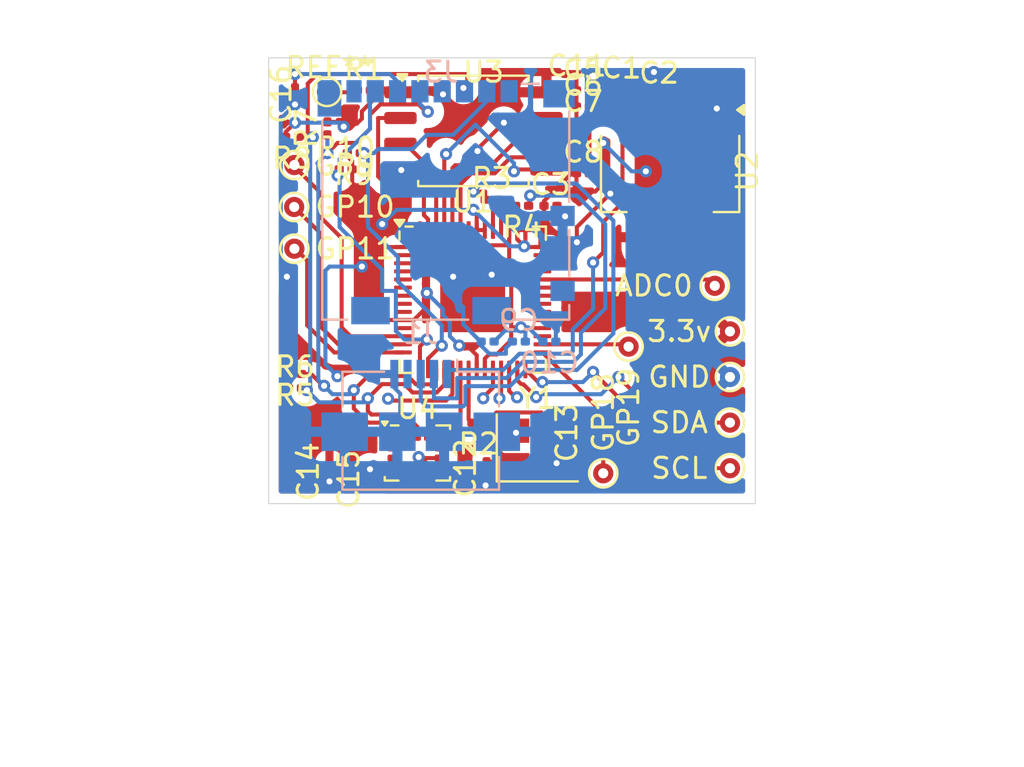
<source format=kicad_pcb>
(kicad_pcb (version 20240108) (generator "pcbnew") (generator_version "8.0")
  (layers (0 "F.Cu" signal) (31 "B.Cu" signal) (34 "B.Paste" user) (35 "F.Paste" user) (36 "B.SilkS" user "B.Silkscreen") (37 "F.SilkS" user "F.Silkscreen") (38 "B.Mask" user) (39 "F.Mask" user) (44 "Edge.Cuts" user))
  (net 0 "")
  (net 1 "VBUS")
  (net 2 "GND")
  (net 3 "+3.3V")
  (net 4 "+1V1")
  (net 5 "/XIN")
  (net 6 "Net-(C13-Pad2)")
  (net 7 "Net-(J3-VSS)")
  (net 8 "/USB_D+")
  (net 9 "/USB_D-")
  (net 11 "/MISO_SD")
  (net 12 "/SCL_GRYO{slash}MOSI_SD")
  (net 14 "/SDA_GYRO{slash}SCK_SD")
  (net 15 "/CS_SD")
  (net 17 "/Pad")
  (net 18 "/XOUT")
  (net 19 "Net-(U1-USB_DP)")
  (net 20 "Net-(U1-USB_DM)")
  (net 21 "/QSPI_SD0")
  (net 24 "/SCL_OLED")
  (net 32 "/speaker")
  (net 33 "/QSPI_SD2")
  (net 35 "/QSPI_SD3")
  (net 40 "/SDA_OLED")
  (net 43 "/QSPI_SCLK")
  (net 46 "/QSPI_SD1")
  (net 52 "/SWCLK")
  (net 53 "/GPIO_18")
  (net 54 "/SWD")
  (net 55 "/GPIO_9")
  (net 56 "/GPIO_19")
  (net 57 "/GPIO_26_ADC0")
  (net 58 "/TESTEN")
  (net 59 "/RUN")
  (net 60 "/GPIO_10")
  (footprint "Capacitor_SMD:C_0201_0603Metric" (layer "F.Cu") (at 141 98.3 90)
    (property "Reference" "C15")
    (property "Value" "100n")
  )
  (footprint "TestPoint:TestPoint_THTPad_D1.0mm_Drill0.5mm" (layer "F.Cu") (at 137.26 84.86 180)
    (property "Reference" "GP10")
    (property "Value" "TestPoint_THTPad_D1.0mm_Drill0.5mm")
  )
  (footprint "Capacitor_SMD:C_0201_0603Metric" (layer "F.Cu") (at 151.5 80.7)
    (property "Reference" "C7")
    (property "Value" "100n")
  )
  (footprint "Resistor_SMD:R_0201_0603Metric" (layer "F.Cu") (at 140.7 79.1)
    (property "Reference" "R1")
    (property "Value" "1k")
  )
  (footprint "Resistor_SMD:R_0201_0603Metric" (layer "F.Cu") (at 146.345 95.5 180)
    (property "Reference" "R2")
    (property "Value" "1k")
  )
  (footprint "TestPoint:TestPoint_THTPad_D1.0mm_Drill0.5mm" (layer "F.Cu") (at 158.75 95.5)
    (property "Reference" "SDA")
    (property "Value" "TestPoint_THTPad_D1.0mm_Drill0.5mm")
  )
  (footprint "Resistor_SMD:R_0201_0603Metric" (layer "F.Cu") (at 137.3 93.8)
    (property "Reference" "R6")
    (property "Value" "10k")
  )
  (footprint "Resistor_SMD:R_0201_0603Metric" (layer "F.Cu") (at 148.5 84.8 180)
    (property "Reference" "R4")
    (property "Value" "27.4")
  )
  (footprint "Capacitor_SMD:C_0201_0603Metric" (layer "F.Cu") (at 137.3 79.3 90)
    (property "Reference" "C16")
    (property "Value" "100n")
  )
  (footprint "Resistor_SMD:R_0201_0603Metric" (layer "F.Cu") (at 140.2 82.2 180)
    (property "Reference" "R9")
    (property "Value" "10k")
  )
  (footprint "TestPoint:TestPoint_THTPad_D1.0mm_Drill0.5mm" (layer "F.Cu") (at 153.75 91.75 90)
    (property "Reference" "GP19")
    (property "Value" "TestPoint_THTPad_D1.0mm_Drill0.5mm")
  )
  (footprint "Resistor_SMD:R_0201_0603Metric" (layer "F.Cu") (at 137.155 81.4 180)
    (property "Reference" "R8")
    (property "Value" "10k")
  )
  (footprint "Capacitor_SMD:C_0201_0603Metric" (layer "F.Cu") (at 151.5 83.2)
    (property "Reference" "C8")
    (property "Value" "100n")
  )
  (footprint "TestPoint:TestPoint_THTPad_D1.0mm_Drill0.5mm" (layer "F.Cu") (at 137.27 86.92 180)
    (property "Reference" "GP11")
    (property "Value" "TestPoint_THTPad_D1.0mm_Drill0.5mm")
  )
  (footprint "TestPoint:TestPoint_THTPad_D1.0mm_Drill0.5mm" (layer "F.Cu") (at 158.75 93.25)
    (property "Reference" "GND")
    (property "Value" "TestPoint_THTPad_D1.0mm_Drill0.5mm")
  )
  (footprint "Resistor_SMD:R_0201_0603Metric" (layer "F.Cu") (at 137.3 93.1 180)
    (property "Reference" "R5")
    (property "Value" "10k")
  )
  (footprint "Package_DFN_QFN:QFN-56-1EP_7x7mm_P0.4mm_EP3.2x3.2mm" (layer "F.Cu") (at 146.0625 89.4375)
    (property "Reference" "U1")
    (property "Value" "RP2040")
  )
  (footprint "Resistor_SMD:R_0201_0603Metric" (layer "F.Cu") (at 138.9 80.98 90)
    (property "Reference" "R7")
    (property "Value" "10k")
  )
  (footprint "Capacitor_SMD:C_0201_0603Metric" (layer "F.Cu") (at 151.5 79.1)
    (property "Reference" "C5")
    (property "Value" "100n")
  )
  (footprint "Capacitor_SMD:C_0201_0603Metric" (layer "F.Cu") (at 151.75 96 90)
    (property "Reference" "C13")
    (property "Value" "15p")
  )
  (footprint "TestPoint:TestPoint_THTPad_D1.0mm_Drill0.5mm" (layer "F.Cu") (at 158.75 91)
    (property "Reference" "3.3v")
    (property "Value" "TestPoint_THTPad_D1.0mm_Drill0.5mm")
  )
  (footprint "Capacitor_SMD:C_0201_0603Metric" (layer "F.Cu") (at 149.9 84.8)
    (property "Reference" "C3")
    (property "Value" "1u")
  )
  (footprint "Resistor_SMD:R_0201_0603Metric" (layer "F.Cu") (at 147 84.5)
    (property "Reference" "R3")
    (property "Value" "27.4")
  )
  (footprint "Crystal:Crystal_SMD_3225-4Pin_3.2x2.5mm" (layer "F.Cu") (at 149.25 96.75)
    (property "Reference" "Y1")
    (property "Value" "ABM8-272-T3")
  )
  (footprint "TestPoint:TestPoint_THTPad_D1.0mm_Drill0.5mm" (layer "F.Cu") (at 158.75 97.75)
    (property "Reference" "SCL")
    (property "Value" "TestPoint_THTPad_D1.0mm_Drill0.5mm")
  )
  (footprint "Package_SO:SOIC-8_5.23x5.23mm_P1.27mm" (layer "F.Cu") (at 146.1 81.105)
    (property "Reference" "U3")
    (property "Value" "W25Q128JVS")
  )
  (footprint "Capacitor_SMD:C_0201_0603Metric" (layer "F.Cu") (at 146.75 97.75 90)
    (property "Reference" "C12")
    (property "Value" "15p")
  )
  (footprint "Capacitor_SMD:C_0201_0603Metric" (layer "F.Cu") (at 153.8 78.2)
    (property "Reference" "C1")
    (property "Value" "10u")
  )
  (footprint "Package_LGA:LGA-14_3x2.5mm_P0.5mm_LayoutBorder3x4y" (layer "F.Cu") (at 143.3375 97)
    (property "Reference" "U4")
    (property "Value" "LSM6DS3")
  )
  (footprint "TestPoint:TestPoint_THTPad_D1.0mm_Drill0.5mm" (layer "F.Cu") (at 137.27 82.79 180)
    (property "Reference" "GP9")
    (property "Value" "TestPoint_THTPad_D1.0mm_Drill0.5mm")
  )
  (footprint "Resistor_SMD:R_0201_0603Metric" (layer "F.Cu") (at 139.8 83)
    (property "Reference" "R10")
    (property "Value" "10k")
  )
  (footprint "Capacitor_SMD:C_0201_0603Metric" (layer "F.Cu") (at 151.5 79.9)
    (property "Reference" "C6")
    (property "Value" "100n")
  )
  (footprint "Capacitor_SMD:C_0201_0603Metric" (layer "F.Cu") (at 139 97.92 90)
    (property "Reference" "C14")
    (property "Value" "100n")
  )
  (footprint "Capacitor_SMD:C_0201_0603Metric" (layer "F.Cu") (at 151.5 78.3)
    (property "Reference" "C11")
    (property "Value" "100n")
  )
  (footprint "Package_TO_SOT_SMD:SOT-223-3_TabPin2" (layer "F.Cu") (at 155.8 83.2 -90)
    (property "Reference" "U2")
    (property "Value" "NCP1117-3.3_SOT223")
  )
  (footprint "TestPoint:TestPoint_THTPad_D1.0mm_Drill0.5mm" (layer "F.Cu") (at 152.5 98 -90)
    (property "Reference" "GP18")
    (property "Value" "TestPoint_THTPad_D1.0mm_Drill0.5mm")
  )
  (footprint "TestPoint:TestPoint_THTPad_D1.0mm_Drill0.5mm" (layer "F.Cu") (at 158 88.75)
    (property "Reference" "ADC0")
    (property "Value" "TestPoint_THTPad_D1.0mm_Drill0.5mm")
  )
  (footprint "TestPoint:TestPoint_Pad_D1.0mm" (layer "F.Cu") (at 138.88 79.18)
    (property "Reference" "REF**")
    (property "Value" "TestPoint_Pad_D1.0mm")
  )
  (footprint "Capacitor_SMD:C_0201_0603Metric" (layer "F.Cu") (at 157 78.25)
    (property "Reference" "C2")
    (property "Value" "10u")
  )
  (footprint "Capacitor_SMD:C_0201_0603Metric" (layer "B.Cu") (at 148.34 91.5 180)
    (property "Reference" "C9")
    (property "Value" "100n")
  )
  (footprint "Capacitor_SMD:C_0201_0603Metric" (layer "B.Cu") (at 146.8 91.5 180)
    (property "Reference" "C4" (hide yes))
    (property "Value" "1u")
  )
  (footprint "Connector_USB:USB_Micro-B_Amphenol_10104110_Horizontal" (layer "B.Cu") (at 143.5 94.65 180)
    (property "Reference" "J1")
    (property "Value" "USB_B_Micro")
  )
  (footprint "Capacitor_SMD:C_0201_0603Metric" (layer "B.Cu") (at 149.845 91.5)
    (property "Reference" "C10")
    (property "Value" "100n")
  )
  (footprint "Connector_Card:microSD_HC_Molex_104031-0811" (layer "B.Cu") (at 144.755 84.6 180)
    (property "Reference" "J3")
    (property "Value" "Micro_SD_Card")
  )
  (gr_rect (start 136 77.5) (end 160 99.5) (stroke (width 0.05)) (fill none) (layer "Edge.Cuts"))
  (segment (start 153.48 78.2) (end 153.48 80.02) (width 0.2) (layer "F.Cu") (net 1))
  (segment (start 153.48 80.02) (end 153.45 80.05) (width 0.2) (layer "F.Cu") (net 1))
  (segment (start 152.5 87.1) (end 152.5 85.6) (width 0.2) (layer "F.Cu") (net 1))
  (segment (start 152.5 85.6) (end 153.45 84.65) (width 0.2) (layer "F.Cu") (net 1))
  (segment (start 152 87.6) (end 152.5 87.1) (width 0.2) (layer "F.Cu") (net 1))
  (segment (start 153.45 84.65) (end 153.45 80.05) (width 0.2) (layer "F.Cu") (net 1))
  (via (at 152 87.6) (size 0.6) (drill 0.3) (layers "F.Cu" "B.Cu") (net 1))
  (segment (start 150.868628 92.1) (end 148.368628 92.1) (width 0.2) (layer "B.Cu") (net 1))
  (segment (start 148.368628 92.1) (end 147.568628 92.9) (width 0.2) (layer "B.Cu") (net 1))
  (segment (start 151 91.968628) (end 150.868628 92.1) (width 0.2) (layer "B.Cu") (net 1))
  (segment (start 151 90.9) (end 151 91.968628) (width 0.2) (layer "B.Cu") (net 1))
  (segment (start 147.568628 92.9) (end 144.8 92.9) (width 0.2) (layer "B.Cu") (net 1))
  (segment (start 152 87.6) (end 152 89.9) (width 0.2) (layer "B.Cu") (net 1))
  (segment (start 152 89.9) (end 151 90.9) (width 0.2) (layer "B.Cu") (net 1))
  (segment (start 151.2 85.85) (end 151.2 86.6) (width 0.2) (layer "F.Cu") (net 2))
  (segment (start 151.82 78.3) (end 151.9 78.3) (width 0.2) (layer "F.Cu") (net 2))
  (segment (start 150.45 97.6) (end 150.2 97.5) (width 0.2) (layer "F.Cu") (net 2))
  (segment (start 141 97.98) (end 141 97.8) (width 0.2) (layer "F.Cu") (net 2))
  (segment (start 151.9 78.3) (end 152 78.4) (width 0.2) (layer "F.Cu") (net 2))
  (segment (start 158.05 79.85) (end 157.32 79.12) (width 0.2) (layer "F.Cu") (net 2))
  (segment (start 143.55 97.25) (end 143.4 97.1) (width 0.2) (layer "F.Cu") (net 2))
  (segment (start 154.12 78.2) (end 155 78.2) (width 0.2) (layer "F.Cu") (net 2))
  (segment (start 150.22 84.8) (end 150.22 84.92) (width 0.2) (layer "F.Cu") (net 2))
  (segment (start 141 97.8) (end 140.95 97.75) (width 0.2) (layer "F.Cu") (net 2))
  (segment (start 143.4 97.1) (end 143.8375 97.5375) (width 0.2) (layer "F.Cu") (net 2))
  (segment (start 144.5 97.25) (end 143.55 97.25) (width 0.2) (layer "F.Cu") (net 2))
  (segment (start 151.82 78.58) (end 152 78.4) (width 0.2) (layer "F.Cu") (net 2))
  (segment (start 146.3 82) (end 147.6 80.7) (width 0.2) (layer "F.Cu") (net 2))
  (segment (start 146.3 82.1) (end 146.3 82) (width 0.2) (layer "F.Cu") (net 2))
  (segment (start 152.85 84.2) (end 151.2 85.85) (width 0.2) (layer "F.Cu") (net 2))
  (segment (start 150.47 97.6) (end 150.45 97.6) (width 0.2) (layer "F.Cu") (net 2))
  (segment (start 142.175 97.75) (end 141 97.8) (width 0.2) (layer "F.Cu") (net 2))
  (segment (start 143.8375 97.5375) (end 143.8375 97.9125) (width 0.2) (layer "F.Cu") (net 2))
  (segment (start 150.2 97.5) (end 150.25 97.6) (width 0.2) (layer "F.Cu") (net 2))
  (segment (start 146.75 98.55) (end 146.7 98.6) (width 0.2) (layer "F.Cu") (net 2))
  (segment (start 143.3375 97.1625) (end 143.4 97.1) (width 0.2) (layer "F.Cu") (net 2))
  (segment (start 143.4 97.2) (end 143.3375 97.1625) (width 0.2) (layer "F.Cu") (net 2))
  (segment (start 151.82 79.1) (end 151.82 79.9) (width 0.2) (layer "F.Cu") (net 2))
  (segment (start 151.82 80.7) (end 151.82 83.2) (width 0.2) (layer "F.Cu") (net 2))
  (segment (start 157.32 79.12) (end 157.32 78.25) (width 0.2) (layer "F.Cu") (net 2))
  (segment (start 143.3375 97.9125) (end 143.4 97.2) (width 0.2) (layer "F.Cu") (net 2))
  (segment (start 158.1 80) (end 158.05 79.85) (width 0.2) (layer "F.Cu") (net 2))
  (segment (start 151.82 79.1) (end 151.82 78.58) (width 0.2) (layer "F.Cu") (net 2))
  (segment (start 146.75 98.07) (end 146.75 98.55) (width 0.2) (layer "F.Cu") (net 2))
  (segment (start 151.82 79.9) (end 151.82 80.7) (width 0.2) (layer "F.Cu") (net 2))
  (segment (start 139 98.24) (end 139 98.4) (width 0.2) (layer "F.Cu") (net 2))
  (segment (start 150.22 84.92) (end 150.62 85.32) (width 0.2) (layer "F.Cu") (net 2))
  (segment (start 151.75 96.32) (end 150.47 97.6) (width 0.2) (layer "F.Cu") (net 2))
  (segment (start 150.25 97.6) (end 150.35 97.6) (width 0.2) (layer "F.Cu") (net 2))
  (segment (start 158.05 80.05) (end 158.1 80) (width 0.2) (layer "F.Cu") (net 2))
  (via (at 147 88.2) (size 0.6) (drill 0.3) (layers "F.Cu" "B.Cu") (net 2))
  (via (at 146.7 98.6) (size 0.6) (drill 0.3) (layers "F.Cu" "B.Cu") (net 2))
  (via (at 136.9 88.3) (size 0.6) (drill 0.3) (layers "F.Cu" "B.Cu") (net 2))
  (via (at 147.6 80.7) (size 0.6) (drill 0.3) (layers "F.Cu" "B.Cu") (net 2))
  (via (at 137.3 79.8) (size 0.6) (drill 0.3) (layers "F.Cu" "B.Cu") (net 2))
  (via (at 142.541071 83.037651) (size 0.6) (drill 0.3) (layers "F.Cu" "B.Cu") (net 2))
  (via (at 146.3 82.1) (size 0.6) (drill 0.3) (layers "F.Cu" "B.Cu") (net 2))
  (via (at 152 78.4) (size 0.6) (drill 0.3) (layers "F.Cu" "B.Cu") (net 2))
  (via (at 152.85 84.2) (size 0.6) (drill 0.3) (layers "F.Cu" "B.Cu") (net 2))
  (via (at 143.4 97.2) (size 0.6) (drill 0.3) (layers "F.Cu" "B.Cu") (net 2))
  (via (at 145.1 88.3) (size 0.6) (drill 0.3) (layers "F.Cu" "B.Cu") (net 2))
  (via (at 151.2 86.6) (size 0.6) (drill 0.3) (layers "F.Cu" "B.Cu") (net 2))
  (via (at 150.62 85.32) (size 0.6) (drill 0.3) (layers "F.Cu" "B.Cu") (net 2))
  (via (at 158.1 80) (size 0.6) (drill 0.3) (layers "F.Cu" "B.Cu") (net 2))
  (via (at 150.2 97.5) (size 0.6) (drill 0.3) (layers "F.Cu" "B.Cu") (net 2))
  (via (at 139 98.4) (size 0.6) (drill 0.3) (layers "F.Cu" "B.Cu") (net 2))
  (via (at 155 78.2) (size 0.6) (drill 0.3) (layers "F.Cu" "B.Cu") (net 2))
  (via (at 148.2 96) (size 0.6) (drill 0.3) (layers "F.Cu" "B.Cu") (net 2))
  (via (at 141 97.8) (size 0.6) (drill 0.3) (layers "F.Cu" "B.Cu") (net 2))
  (segment (start 150.62 85.32) (end 150.515 85.32) (width 0.2) (layer "B.Cu") (net 2))
  (segment (start 142.49 94.071471) (end 142.2 93.781471) (width 0.2) (layer "B.Cu") (net 2))
  (segment (start 146.48 91.699999) (end 146.880001 92.1) (width 0.2) (layer "B.Cu") (net 2))
  (segment (start 142.49 95.81) (end 142.49 94.071471) (width 0.2) (layer "B.Cu") (net 2))
  (segment (start 147.7 91.82) (end 148.02 91.5) (width 0.2) (layer "B.Cu") (net 2))
  (segment (start 136.9 88.3) (end 136.6 88) (width 0.2) (layer "B.Cu") (net 2))
  (segment (start 136.6 80.5) (end 137.3 79.8) (width 0.2) (layer "B.Cu") (net 2))
  (segment (start 136.6 88) (end 136.6 80.5) (width 0.2) (layer "B.Cu") (net 2))
  (segment (start 150.515 85.32) (end 150.495 85.3) (width 0.2) (layer "B.Cu") (net 2))
  (segment (start 145.6 89.8) (end 145.1 89.3) (width 0.2) (layer "B.Cu") (net 2))
  (segment (start 145.6 90.65) (end 145.6 89.8) (width 0.2) (layer "B.Cu") (net 2))
  (segment (start 150.165 91.5) (end 150.165 90.565) (width 0.2) (layer "B.Cu") (net 2))
  (segment (start 146.48 91.5) (end 146.45 91.5) (width 0.2) (layer "B.Cu") (net 2))
  (segment (start 142.2 93.781471) (end 142.2 93.1) (width 0.2) (layer "B.Cu") (net 2))
  (segment (start 142.35 95.95) (end 142.49 95.81) (width 0.2) (layer "B.Cu") (net 2))
  (segment (start 146.880001 92.1) (end 147.7 92.1) (width 0.2) (layer "B.Cu") (net 2))
  (segment (start 146.45 91.5) (end 145.6 90.65) (width 0.2) (layer "B.Cu") (net 2))
  (segment (start 150.165 90.565) (end 150 90.4) (width 0.2) (layer "B.Cu") (net 2))
  (segment (start 147.7 92.1) (end 147.7 91.82) (width 0.2) (layer "B.Cu") (net 2))
  (segment (start 146.48 91.5) (end 146.48 91.699999) (width 0.2) (layer "B.Cu") (net 2))
  (segment (start 139.88 82.2) (end 139.88 82.28) (width 0.2) (layer "F.Cu") (net 3))
  (segment (start 141.538629 79.2) (end 142.5 79.2) (width 0.2) (layer "F.Cu") (net 3))
  (segment (start 136.98 94.88) (end 136.98 93.8) (width 0.2) (layer "F.Cu") (net 3))
  (segment (start 139.99 82.39) (end 139.99 82.468456) (width 0.2) (layer "F.Cu") (net 3))
  (segment (start 151.18 83.2) (end 150.950552 83.2) (width 0.2) (layer "F.Cu") (net 3))
  (segment (start 141 98.62) (end 141.72 98.62) (width 0.2) (layer "F.Cu") (net 3))
  (segment (start 148.6625 86) (end 149.2 86) (width 0.2) (layer "F.Cu") (net 3))
  (segment (start 143.8 89.79636) (end 143.15886 90.4375) (width 0.2) (layer "F.Cu") (net 3))
  (segment (start 141 98.62) (end 140.5 98.62) (width 0.2) (layer "F.Cu") (net 3))
  (segment (start 151.5 84.1) (end 151.18 83.78) (width 0.2) (layer "F.Cu") (net 3))
  (segment (start 143.8375 96.0875) (end 143.837501 95.775) (width 0.2) (layer "F.Cu") (net 3))
  (segment (start 144.887932 95.775) (end 145.6 96.487068) (width 0.2) (layer "F.Cu") (net 3))
  (segment (start 151.18 79.1) (end 149.8 79.1) (width 0.2) (layer "F.Cu") (net 3))
  (segment (start 137 94.9) (end 136.98 94.88) (width 0.2) (layer "F.Cu") (net 3))
  (segment (start 146.1 84.8) (end 146.1 84.8) (width 0.2) (layer "F.Cu") (net 3))
  (segment (start 143.2625 85.8) (end 142.6 85.8) (width 0.2) (layer "F.Cu") (net 3))
  (segment (start 142.625 86.8375) (end 141.8375 86.8375) (width 0.2) (layer "F.Cu") (net 3))
  (segment (start 144.5 79.2) (end 144.6 79.3) (width 0.2) (layer "F.Cu") (net 3))
  (segment (start 149.58 84.8) (end 149.58 85.38) (width 0.2) (layer "F.Cu") (net 3))
  (segment (start 145.787046 91.7) (end 145.4 91.7) (width 0.2) (layer "F.Cu") (net 3))
  (segment (start 143.4625 86) (end 143.2625 85.8) (width 0.2) (layer "F.Cu") (net 3))
  (segment (start 142.8375 98.7625) (end 142.8375 97.9125) (width 0.2) (layer "F.Cu") (net 3))
  (segment (start 141.8375 86.8375) (end 141.4 86.4) (width 0.2) (layer "F.Cu") (net 3))
  (segment (start 155.75 80.05) (end 156.68 79.12) (width 0.2) (layer "F.Cu") (net 3))
  (segment (start 149.8 79.1) (end 149.7 79.2) (width 0.2) (layer "F.Cu") (net 3))
  (segment (start 143.15886 90.4375) (end 142.625 90.4375) (width 0.2) (layer "F.Cu") (net 3))
  (segment (start 146.6625 86) (end 146.2625 86) (width 0.2) (layer "F.Cu") (net 3))
  (segment (start 137.1 92.1) (end 136.98 92.22) (width 0.2) (layer "F.Cu") (net 3))
  (segment (start 139.391422 93.208578) (end 139.408578 93.208578) (width 0.2) (layer "F.Cu") (net 3))
  (segment (start 148.6625 86) (end 148.6625 86.7375) (width 0.2) (layer "F.Cu") (net 3))
  (segment (start 143.8 89.1) (end 143.8 89.79636) (width 0.2) (layer "F.Cu") (net 3))
  (segment (start 140.6 80.138629) (end 141.538629 79.2) (width 0.2) (layer "F.Cu") (net 3))
  (segment (start 152.5 83.701471) (end 152.101471 84.1) (width 0.2) (layer "F.Cu") (net 3))
  (segment (start 148.2625 86) (end 148.6625 86) (width 0.2) (layer "F.Cu") (net 3))
  (segment (start 148.2625 86) (end 148.2625 86.4625) (width 0.2) (layer "F.Cu") (net 3))
  (segment (start 146.1 85) (end 146.1 84.8) (width 0.2) (layer "F.Cu") (net 3))
  (segment (start 149.58 84.570552) (end 149.58 84.8) (width 0.2) (layer "F.Cu") (net 3))
  (segment (start 145.6 96.487068) (end 145.6 97.1) (width 0.2) (layer "F.Cu") (net 3))
  (segment (start 149.5 90.4375) (end 150.6375 90.4375) (width 0.2) (layer "F.Cu") (net 3))
  (segment (start 142.625 90.4375) (end 141.6375 90.4375) (width 0.2) (layer "F.Cu") (net 3))
  (segment (start 139.579999 80.66) (end 138.9 80.66) (width 0.2) (layer "F.Cu") (net 3))
  (segment (start 140.351471 80.748529) (end 140.6 80.5) (width 0.2) (layer "F.Cu") (net 3))
  (segment (start 141.6375 90.4375) (end 141.6 90.4) (width 0.2) (layer "F.Cu") (net 3))
  (segment (start 148.2625 86.4625) (end 148.6 86.8) (width 0.2) (layer "F.Cu") (net 3))
  (segment (start 144.5 97.75) (end 144.5 98.7) (width 0.2) (layer "F.Cu") (net 3))
  (segment (start 142.5 79.2) (end 144.5 79.2) (width 0.2) (layer "F.Cu") (net 3))
  (segment (start 136.98 92.22) (end 136.98 93.8) (width 0.2) (layer "F.Cu") (net 3))
  (segment (start 139.7 80.9) (end 139.851471 80.748529) (width 0.2) (layer "F.Cu") (net 3))
  (segment (start 150.950552 83.2) (end 149.58 84.570552) (width 0.2) (layer "F.Cu") (net 3))
  (segment (start 149.2 86) (end 149.4 85.8) (width 0.2) (layer "F.Cu") (net 3))
  (segment (start 156.68 79.12) (end 156.68 78.25) (width 0.2) (layer "F.Cu") (net 3))
  (segment (start 141.2 79.1) (end 141.438629 79.1) (width 0.2) (layer "F.Cu") (net 3))
  (segment (start 143.837501 95.775) (end 144.887932 95.775) (width 0.2) (layer "F.Cu") (net 3))
  (segment (start 151.18 83.78) (end 151.18 83.2) (width 0.2) (layer "F.Cu") (net 3))
  (segment (start 146.1 85) (end 146.2625 85.1625) (width 0.2) (layer "F.Cu") (net 3))
  (segment (start 146.2625 85.1625) (end 146.2625 86) (width 0.2) (layer "F.Cu") (net 3))
  (segment (start 151.18 80.7) (end 151.2 80.72) (width 0.2) (layer "F.Cu") (net 3))
  (segment (start 151.2 80.72) (end 151.2 83.18) (width 0.2) (layer "F.Cu") (net 3))
  (segment (start 140.12 83) (end 140.12 84.1) (width 0.2) (layer "F.Cu") (net 3))
  (segment (start 141.72 98.62) (end 141.9 98.8) (width 0.2) (layer "F.Cu") (net 3))
  (segment (start 149.4 85.8) (end 149.7 85.5) (width 0.2) (layer "F.Cu") (net 3))
  (segment (start 149.58 85.38) (end 149.7 85.5) (width 0.2) (layer "F.Cu") (net 3))
  (segment (start 136.835 81.165) (end 136.835 81.4) (width 0.2) (layer "F.Cu") (net 3))
  (segment (start 152.5 81.7) (end 152.5 83.701471) (width 0.2) (layer "F.Cu") (net 3))
  (segment (start 148.6375 86.8375) (end 148.6 86.8) (width 0.2) (layer "F.Cu") (net 3))
  (segment (start 139.99 82.468456) (end 140.12 82.598456) (width 0.2) (layer "F.Cu") (net 3))
  (segment (start 139.7 80.780001) (end 139.579999 80.66) (width 0.2) (layer "F.Cu") (net 3))
  (segment (start 151.2 83.18) (end 151.18 83.2) (width 0.2) (layer "F.Cu") (net 3))
  (segment (start 150.6375 90.4375) (end 150.7 90.5) (width 0.2) (layer "F.Cu") (net 3))
  (segment (start 139.851471 80.748529) (end 140.351471 80.748529) (width 0.2) (layer "F.Cu") (net 3))
  (segment (start 151.18 79.9) (end 151.18 79.1) (width 0.2) (layer "F.Cu") (net 3))
  (segment (start 149.5 86.8375) (end 149.4 86.7375) (width 0.2) (layer "F.Cu") (net 3))
  (segment (start 146.2625 92.875) (end 146.2625 92.175454) (width 0.2) (layer "F.Cu") (net 3))
  (segment (start 141.438629 79.1) (end 141.538629 79.2) (width 0.2) (layer "F.Cu") (net 3))
  (segment (start 151.18 78.3) (end 151.18 79.1) (width 0.2) (layer "F.Cu") (net 3))
  (segment (start 142.8 98.8) (end 142.8375 98.7625) (width 0.2) (layer "F.Cu") (net 3))
  (segment (start 140.12 82.598456) (end 140.12 83) (width 0.2) (layer "F.Cu") (net 3))
  (segment (start 155.75 80.05) (end 155.75 86.35) (width 0.2) (layer "F.Cu") (net 3))
  (segment (start 139.7 80.9) (end 139.7 80.780001) (width 0.2) (layer "F.Cu") (net 3))
  (segment (start 149.4 86.7375) (end 149.4 85.8) (width 0.2) (layer "F.Cu") (net 3))
  (segment (start 146.2625 92.175454) (end 145.787046 91.7) (width 0.2) (layer "F.Cu") (net 3))
  (segment (start 140.6 80.5) (end 140.6 80.138629) (width 0.2) (layer "F.Cu") (net 3))
  (segment (start 148.6625 86.7375) (end 148.6 86.8) (width 0.2) (layer "F.Cu") (net 3))
  (segment (start 139.88 82.28) (end 139.99 82.39) (width 0.2) (layer "F.Cu") (net 3))
  (segment (start 151.18 80.7) (end 151.18 79.9) (width 0.2) (layer "F.Cu") (net 3))
  (segment (start 149.5 86.8375) (end 148.6375 86.8375) (width 0.2) (layer "F.Cu") (net 3))
  (segment (start 137.3 80.7) (end 136.835 81.165) (width 0.2) (layer "F.Cu") (net 3))
  (segment (start 152.101471 84.1) (end 151.5 84.1) (width 0.2) (layer "F.Cu") (net 3))
  (via (at 152.5 81.7) (size 0.6) (drill 0.3) (layers "F.Cu" "B.Cu") (net 3))
  (via (at 154.6 83.1) (size 0.6) (drill 0.3) (layers "F.Cu" "B.Cu") (net 3))
  (via (at 137.3 80.7) (size 0.6) (drill 0.3) (layers "F.Cu" "B.Cu") (net 3))
  (via (at 141.6 85.7) (size 0.6) (drill 0.3) (layers "F.Cu" "B.Cu") (net 3))
  (via (at 144.6 79.3) (size 0.6) (drill 0.3) (layers "F.Cu" "B.Cu") (net 3))
  (via (at 139.7 80.9) (size 0.6) (drill 0.3) (layers "F.Cu" "B.Cu") (net 3))
  (via (at 148.6 86.8) (size 0.6) (drill 0.3) (layers "F.Cu" "B.Cu") (net 3))
  (via (at 146.1 85) (size 0.6) (drill 0.3) (layers "F.Cu" "B.Cu") (net 3))
  (via (at 143.8 89.1) (size 0.6) (drill 0.3) (layers "F.Cu" "B.Cu") (net 3))
  (via (at 139.391422 93.208578) (size 0.6) (drill 0.3) (layers "F.Cu" "B.Cu") (net 3))
  (via (at 140.6 87.8) (size 0.6) (drill 0.3) (layers "F.Cu" "B.Cu") (net 3))
  (via (at 145.4 91.7) (size 0.6) (drill 0.3) (layers "F.Cu" "B.Cu") (net 3))
  (segment (start 153.9 83.1) (end 154.6 83.1) (width 0.2) (layer "B.Cu") (net 3))
  (segment (start 139.7 80.9) (end 139.5 80.7) (width 0.2) (layer "B.Cu") (net 3))
  (segment (start 144.6 90.193629) (end 144.940159 90.533788) (width 0.2) (layer "B.Cu") (net 3))
  (segment (start 142.3 85) (end 141.6 85.7) (width 0.2) (layer "B.Cu") (net 3))
  (segment (start 152.5 81.7) (end 153.9 83.1) (width 0.2) (layer "B.Cu") (net 3))
  (segment (start 139.391422 93.208578) (end 138.8 92.617156) (width 0.2) (layer "B.Cu") (net 3))
  (segment (start 139.5 80.7) (end 137.3 80.7) (width 0.2) (layer "B.Cu") (net 3))
  (segment (start 144.940159 90.533788) (end 144.940159 91.240159) (width 0.2) (layer "B.Cu") (net 3))
  (segment (start 138.8 88) (end 139 87.8) (width 0.2) (layer "B.Cu") (net 3))
  (segment (start 139 87.8) (end 140.6 87.8) (width 0.2) (layer "B.Cu") (net 3))
  (segment (start 144.940159 91.240159) (end 145.4 91.7) (width 0.2) (layer "B.Cu") (net 3))
  (segment (start 146.1 85) (end 147.9 86.8) (width 0.2) (layer "B.Cu") (net 3))
  (segment (start 143.8 89.1) (end 144.6 89.9) (width 0.2) (layer "B.Cu") (net 3))
  (segment (start 138.8 92.617156) (end 138.8 88) (width 0.2) (layer "B.Cu") (net 3))
  (segment (start 144.6 89.9) (end 144.6 90.193629) (width 0.2) (layer "B.Cu") (net 3))
  (segment (start 147.9 86.8) (end 148.6 86.8) (width 0.2) (layer "B.Cu") (net 3))
  (segment (start 146.1 85) (end 142.3 85) (width 0.2) (layer "B.Cu") (net 3))
  (segment (start 147.8625 87.4375) (end 147.9625 87.5375) (width 0.2) (layer "F.Cu") (net 4))
  (segment (start 147.25 92.1375) (end 146.86614 92.1375) (width 0.2) (layer "F.Cu") (net 4))
  (segment (start 145.8625 86) (end 145.8625 86.6125) (width 0.2) (layer "F.Cu") (net 4))
  (segment (start 147.9625 90.8) (end 147.9625 91.2) (width 0.2) (layer "F.Cu") (net 4))
  (segment (start 147.8625 86.6375) (end 147.8625 86) (width 0.2) (layer "F.Cu") (net 4))
  (segment (start 148.44 90.8) (end 147.9625 90.8) (width 0.2) (layer "F.Cu") (net 4))
  (segment (start 147.9625 91.2) (end 147.9625 91.425) (width 0.2) (layer "F.Cu") (net 4))
  (segment (start 146.86614 92.1375) (end 146.6625 92.34114) (width 0.2) (layer "F.Cu") (net 4))
  (segment (start 147.75 86.75) (end 147.8625 86.6375) (width 0.2) (layer "F.Cu") (net 4))
  (segment (start 147.8625 86) (end 147.8625 87.4375) (width 0.2) (layer "F.Cu") (net 4))
  (segment (start 145.8625 86.6125) (end 146 86.75) (width 0.2) (layer "F.Cu") (net 4))
  (segment (start 146 86.75) (end 147.75 86.75) (width 0.2) (layer "F.Cu") (net 4))
  (segment (start 146.6625 92.34114) (end 146.6625 92.875) (width 0.2) (layer "F.Cu") (net 4))
  (segment (start 147.9625 87.5375) (end 147.9625 90.8) (width 0.2) (layer "F.Cu") (net 4))
  (segment (start 147.9625 91.425) (end 147.25 92.1375) (width 0.2) (layer "F.Cu") (net 4))
  (via (at 148.44 90.8) (size 0.6) (drill 0.3) (layers "F.Cu" "B.Cu") (net 4))
  (segment (start 148.66 91.02) (end 148.66 91.5) (width 0.2) (layer "B.Cu") (net 4))
  (segment (start 148.44 90.8) (end 148.8 90.8) (width 0.2) (layer "B.Cu") (net 4))
  (segment (start 147.67 90.95) (end 147.12 91.5) (width 0.2) (layer "B.Cu") (net 4))
  (segment (start 148.44 90.8) (end 148.29 90.95) (width 0.2) (layer "B.Cu") (net 4))
  (segment (start 149.5 91.5) (end 149.525 91.5) (width 0.2) (layer "B.Cu") (net 4))
  (segment (start 148.44 90.8) (end 148.66 91.02) (width 0.2) (layer "B.Cu") (net 4))
  (segment (start 148.8 90.8) (end 149.5 91.5) (width 0.2) (layer "B.Cu") (net 4))
  (segment (start 148.29 90.95) (end 147.67 90.95) (width 0.2) (layer "B.Cu") (net 4))
  (segment (start 145.4625 92.875) (end 145.4625 95.735956) (width 0.2) (layer "F.Cu") (net 5))
  (segment (start 147.98 97.43) (end 148.15 97.6) (width 0.2) (layer "F.Cu") (net 5))
  (segment (start 145.4625 95.735956) (end 145.726544 96) (width 0.2) (layer "F.Cu") (net 5))
  (segment (start 146.45 96) (end 148.05 97.6) (width 0.2) (layer "F.Cu") (net 5))
  (segment (start 146.75 97.43) (end 147.98 97.43) (width 0.2) (layer "F.Cu") (net 5))
  (segment (start 148.05 97.6) (end 148.15 97.6) (width 0.2) (layer "F.Cu") (net 5))
  (segment (start 145.726544 96) (end 146.45 96) (width 0.2) (layer "F.Cu") (net 5))
  (segment (start 150.05 95.9) (end 150.35 95.9) (width 0.2) (layer "F.Cu") (net 6))
  (segment (start 146.665 95.5) (end 146.735686 95.5) (width 0.2) (layer "F.Cu") (net 6))
  (segment (start 146.735686 95.5) (end 147.235686 95) (width 0.2) (layer "F.Cu") (net 6))
  (segment (start 147.235686 95) (end 149.45 95) (width 0.2) (layer "F.Cu") (net 6))
  (segment (start 149.45 95) (end 150.35 95.9) (width 0.2) (layer "F.Cu") (net 6))
  (segment (start 151.75 95.68) (end 150.57 95.68) (width 0.2) (layer "F.Cu") (net 6))
  (segment (start 150.57 95.68) (end 150.35 95.9) (width 0.2) (layer "F.Cu") (net 6))
  (segment (start 137.3 78.3) (end 137.3 78.98) (width 0.2) (layer "F.Cu") (net 7))
  (via (at 137.3 78.3) (size 0.6) (drill 0.3) (layers "F.Cu" "B.Cu") (net 7))
  (segment (start 141.985 78.3) (end 142.36 78.675) (width 0.2) (layer "B.Cu") (net 7))
  (segment (start 137.3 78.3) (end 141.985 78.3) (width 0.2) (layer "B.Cu") (net 7))
  (segment (start 142.36 78.675) (end 142.36 79.15) (width 0.2) (layer "B.Cu") (net 7))
  (segment (start 137.3 78.3) (end 137.3 78.1) (width 0.2) (layer "B.Cu") (net 7))
  (segment (start 146.68 84.5) (end 146.68 84.1) (width 0.2) (layer "F.Cu") (net 8))
  (segment (start 146.68 84.1) (end 146.1 84.1) (width 0.2) (layer "F.Cu") (net 8))
  (via (at 146.1 84.1) (size 0.6) (drill 0.3) (layers "F.Cu" "B.Cu") (net 8))
  (segment (start 151.165686 83.7) (end 146.5 83.7) (width 0.2) (layer "B.Cu") (net 8))
  (segment (start 153 85.534314) (end 151.165686 83.7) (width 0.2) (layer "B.Cu") (net 8))
  (segment (start 143.5 92.9) (end 143.5 94.4) (width 0.2) (layer "B.Cu") (net 8))
  (segment (start 145.6 94.7) (end 145.7 94.6) (width 0.2) (layer "B.Cu") (net 8))
  (segment (start 151.2 92.9) (end 153 91.1) (width 0.2) (layer "B.Cu") (net 8))
  (segment (start 145.7 94.6) (end 145.7 93.7) (width 0.2) (layer "B.Cu") (net 8))
  (segment (start 145.7 93.7) (end 147.9 93.7) (width 0.2) (layer "B.Cu") (net 8))
  (segment (start 143.5 94.4) (end 143.8 94.7) (width 0.2) (layer "B.Cu") (net 8))
  (segment (start 148.7 92.9) (end 151.2 92.9) (width 0.2) (layer "B.Cu") (net 8))
  (segment (start 146.5 83.7) (end 146.1 84.1) (width 0.2) (layer "B.Cu") (net 8))
  (segment (start 153 91.1) (end 153 85.534314) (width 0.2) (layer "B.Cu") (net 8))
  (segment (start 147.9 93.7) (end 148.7 92.9) (width 0.2) (layer "B.Cu") (net 8))
  (segment (start 143.8 94.7) (end 145.6 94.7) (width 0.2) (layer "B.Cu") (net 8))
  (segment (start 148.82 84.8) (end 148.9 84.3) (width 0.2) (layer "F.Cu") (net 9))
  (segment (start 148.9 84.3) (end 148.82 84.42) (width 0.2) (layer "F.Cu") (net 9))
  (via (at 148.9 84.3) (size 0.6) (drill 0.3) (layers "F.Cu" "B.Cu") (net 9))
  (segment (start 147.734314 93.3) (end 148.534314 92.5) (width 0.2) (layer "B.Cu") (net 9))
  (segment (start 151.4 92.134314) (end 151.4 91.065686) (width 0.2) (layer "B.Cu") (net 9))
  (segment (start 151.2 84.3) (end 148.9 84.3) (width 0.2) (layer "B.Cu") (net 9))
  (segment (start 145.3 93.3) (end 147.734314 93.3) (width 0.2) (layer "B.Cu") (net 9))
  (segment (start 151.4 91.065686) (end 152.6 89.865686) (width 0.2) (layer "B.Cu") (net 9))
  (segment (start 152.6 89.865686) (end 152.6 85.7) (width 0.2) (layer "B.Cu") (net 9))
  (segment (start 152.6 85.7) (end 151.2 84.3) (width 0.2) (layer "B.Cu") (net 9))
  (segment (start 144.15 94.3) (end 145.3 94.3) (width 0.2) (layer "B.Cu") (net 9))
  (segment (start 148.534314 92.5) (end 151.034314 92.5) (width 0.2) (layer "B.Cu") (net 9))
  (segment (start 144.15 92.9) (end 144.15 94.3) (width 0.2) (layer "B.Cu") (net 9))
  (segment (start 145.3 94.3) (end 145.3 93.3) (width 0.2) (layer "B.Cu") (net 9))
  (segment (start 151.034314 92.5) (end 151.4 92.134314) (width 0.2) (layer "B.Cu") (net 9))
  (segment (start 143.4625 92.875) (end 143.4625 91.7375) (width 0.2) (layer "F.Cu") (net 11))
  (segment (start 139.48 83.22) (end 139.4 83.3) (width 0.2) (layer "F.Cu") (net 11))
  (segment (start 143.4625 91.7375) (end 143.8 91.4) (width 0.2) (layer "F.Cu") (net 11))
  (segment (start 139.48 83) (end 139.48 83.22) (width 0.2) (layer "F.Cu") (net 11))
  (via (at 143.8 91.4) (size 0.6) (drill 0.3) (layers "F.Cu" "B.Cu") (net 11))
  (via (at 139.4 83.3) (size 0.6) (drill 0.3) (layers "F.Cu" "B.Cu") (net 11))
  (segment (start 142.275 89) (end 142.275 90.975) (width 0.2) (layer "B.Cu") (net 11))
  (segment (start 141 79.41) (end 141 81) (width 0.2) (layer "B.Cu") (net 11))
  (segment (start 139.4 83.3) (end 139.5 83.4) (width 0.2) (layer "B.Cu") (net 11))
  (segment (start 139.5 83.2) (end 139.4 83.3) (width 0.2) (layer "B.Cu") (net 11))
  (segment (start 139.5 85.851471) (end 141.6 87.951471) (width 0.2) (layer "B.Cu") (net 11))
  (segment (start 141.6 89) (end 142.275 89) (width 0.2) (layer "B.Cu") (net 11))
  (segment (start 141 81) (end 139.5 82.5) (width 0.2) (layer "B.Cu") (net 11))
  (segment (start 141.6 87.951471) (end 141.6 89) (width 0.2) (layer "B.Cu") (net 11))
  (segment (start 139.5 83.4) (end 139.5 85.851471) (width 0.2) (layer "B.Cu") (net 11))
  (segment (start 139.5 82.5) (end 139.5 83.2) (width 0.2) (layer "B.Cu") (net 11))
  (segment (start 142.275 90.975) (end 142.7 91.4) (width 0.2) (layer "B.Cu") (net 11))
  (segment (start 141.26 79.15) (end 141 79.41) (width 0.2) (layer "B.Cu") (net 11))
  (segment (start 142.7 91.4) (end 143.8 91.4) (width 0.2) (layer "B.Cu") (net 11))
  (segment (start 137.93 81.173617) (end 137.93 78.77) (width 0.2) (layer "F.Cu") (net 12))
  (segment (start 145.8 78.3) (end 145.8 78.8) (width 0.2) (layer "F.Cu") (net 12))
  (segment (start 138.18 81.423617) (end 137.93 81.173617) (width 0.2) (layer "F.Cu") (net 12))
  (segment (start 144.6625 93.6375) (end 144.6625 92.875) (width 0.2) (layer "F.Cu") (net 12))
  (segment (start 142.687954 93.6) (end 143.100454 94.0125) (width 0.2) (layer "F.Cu") (net 12))
  (segment (start 145.8 78.8) (end 145.6 79) (width 0.2) (layer "F.Cu") (net 12))
  (segment (start 140.893086 94.9274) (end 141.065686 95.1) (width 0.2) (layer "F.Cu") (net 12))
  (segment (start 137.498617 81.423617) (end 137.475 81.4) (width 0.2) (layer "F.Cu") (net 12))
  (segment (start 142.728185 95.1) (end 143.3375 95.709315) (width 0.2) (layer "F.Cu") (net 12))
  (segment (start 143.100454 94.0125) (end 144.2875 94.0125) (width 0.2) (layer "F.Cu") (net 12))
  (segment (start 138.4 78.3) (end 145.8 78.3) (width 0.2) (layer "F.Cu") (net 12))
  (segment (start 143.3375 95.709315) (end 143.3375 96.0875) (width 0.2) (layer "F.Cu") (net 12))
  (segment (start 144.2875 94.0125) (end 144.6625 93.6375) (width 0.2) (layer "F.Cu") (net 12))
  (segment (start 138.18 81.423617) (end 137.498617 81.423617) (width 0.2) (layer "F.Cu") (net 12))
  (segment (start 141.065686 95.1) (end 142.728185 95.1) (width 0.2) (layer "F.Cu") (net 12))
  (segment (start 141.593086 93.6) (end 142.687954 93.6) (width 0.2) (layer "F.Cu") (net 12))
  (segment (start 140.893086 94.3) (end 140.893086 94.9274) (width 0.2) (layer "F.Cu") (net 12))
  (segment (start 137.72 93.9) (end 137.62 93.8) (width 0.2) (layer "F.Cu") (net 12))
  (segment (start 137.89 93.9) (end 137.72 93.9) (width 0.2) (layer "F.Cu") (net 12))
  (segment (start 140.893086 94.3) (end 141.593086 93.6) (width 0.2) (layer "F.Cu") (net 12))
  (segment (start 137.93 78.77) (end 138.4 78.3) (width 0.2) (layer "F.Cu") (net 12))
  (via (at 145.604835 78.988979) (size 0.6) (drill 0.3) (layers "F.Cu" "B.Cu") (net 12))
  (via (at 140.893086 94.3) (size 0.6) (drill 0.3) (layers "F.Cu" "B.Cu") (net 12))
  (via (at 137.89 93.9) (size 0.6) (drill 0.3) (layers "F.Cu" "B.Cu") (net 12))
  (via (at 138.18 81.423617) (size 0.6) (drill 0.3) (layers "F.Cu" "B.Cu") (net 12))
  (segment (start 137.89 93.9) (end 138.49 94.5) (width 0.2) (layer "B.Cu") (net 12))
  (segment (start 138.18 81.423617) (end 138 81.603617) (width 0.2) (layer "B.Cu") (net 12))
  (segment (start 138.49 94.5) (end 140.693086 94.5) (width 0.2) (layer "B.Cu") (net 12))
  (segment (start 140.693086 94.5) (end 140.893086 94.3) (width 0.2) (layer "B.Cu") (net 12))
  (segment (start 138.05 81.601808) (end 138.05 94.098191) (width 0.2) (layer "B.Cu") (net 12))
  (segment (start 142.8375 95.775001) (end 142.8375 96.0875) (width 0.2) (layer "F.Cu") (net 14))
  (segment (start 141 80.304315) (end 141.504315 79.8) (width 0.2) (layer "F.Cu") (net 14))
  (segment (start 140.9 95.5) (end 142.1 95.5) (width 0.2) (layer "F.Cu") (net 14))
  (segment (start 143.26614 93.6125) (end 144.05886 93.6125) (width 0.2) (layer "F.Cu") (net 14))
  (segment (start 142.1 95.5) (end 142.3 95.7) (width 0.2) (layer "F.Cu") (net 14))
  (segment (start 138.9 82.2) (end 139.4 81.7) (width 0.2) (layer "F.Cu") (net 14))
  (segment (start 139.4 81.7) (end 140.300001 81.7) (width 0.2) (layer "F.Cu") (net 14))
  (segment (start 140.2 94.8) (end 140.9 95.5) (width 0.2) (layer "F.Cu") (net 14))
  (segment (start 142.762499 95.7) (end 142.8375 95.775001) (width 0.2) (layer "F.Cu") (net 14))
  (segment (start 144.2625 93.40886) (end 144.2625 92.875) (width 0.2) (layer "F.Cu") (net 14))
  (segment (start 142.85364 93.2) (end 143.26614 93.6125) (width 0.2) (layer "F.Cu") (net 14))
  (segment (start 143.4 79.8) (end 143.8 80.2) (width 0.2) (layer "F.Cu") (net 14))
  (segment (start 140.2 93.900263) (end 140.2 94.8) (width 0.2) (layer "F.Cu") (net 14))
  (segment (start 142.3 95.7) (end 142.762499 95.7) (width 0.2) (layer "F.Cu") (net 14))
  (segment (start 141.504315 79.8) (end 143.4 79.8) (width 0.2) (layer "F.Cu") (net 14))
  (segment (start 140.200263 93.9) (end 140.900263 93.2) (width 0.2) (layer "F.Cu") (net 14))
  (segment (start 140.900263 93.2) (end 142.85364 93.2) (width 0.2) (layer "F.Cu") (net 14))
  (segment (start 141 81.000001) (end 141 80.304315) (width 0.2) (layer "F.Cu") (net 14))
  (segment (start 140.200263 93.9) (end 140.2 93.900263) (width 0.2) (layer "F.Cu") (net 14))
  (segment (start 138.684095 93.684095) (end 138.1 93.1) (width 0.2) (layer "F.Cu") (net 14))
  (segment (start 140.300001 81.7) (end 141 81.000001) (width 0.2) (layer "F.Cu") (net 14))
  (segment (start 144.05886 93.6125) (end 144.2625 93.40886) (width 0.2) (layer "F.Cu") (net 14))
  (segment (start 138.1 93.1) (end 137.62 93.1) (width 0.2) (layer "F.Cu") (net 14))
  (segment (start 138.735905 93.684095) (end 138.684095 93.684095) (width 0.2) (layer "F.Cu") (net 14))
  (segment (start 138.9 81.3) (end 138.9 82.2) (width 0.2) (layer "F.Cu") (net 14))
  (segment (start 139 82.1) (end 138.9 82.2) (width 0.2) (layer "F.Cu") (net 14))
  (via (at 143.850361 80.161287) (size 0.6) (drill 0.3) (layers "F.Cu" "B.Cu") (net 14))
  (via (at 138.735905 93.684095) (size 0.6) (drill 0.3) (layers "F.Cu" "B.Cu") (net 14))
  (via (at 140.200263 93.9) (size 0.6) (drill 0.3) (layers "F.Cu" "B.Cu") (net 14))
  (via (at 138.9 82.2) (size 0.6) (drill 0.3) (layers "F.Cu" "B.Cu") (net 14))
  (segment (start 138.9 82.2) (end 138.9 81.6) (width 0.2) (layer "B.Cu") (net 14))
  (segment (start 139.151809 94.1) (end 140.000263 94.1) (width 0.2) (layer "B.Cu") (net 14))
  (segment (start 138.9 82.2) (end 138.4 82.7) (width 0.2) (layer "B.Cu") (net 14))
  (segment (start 138.45 82.698191) (end 138.45 93.398191) (width 0.2) (layer "B.Cu") (net 14))
  (segment (start 140.000263 94.1) (end 140.200263 93.9) (width 0.2) (layer "B.Cu") (net 14))
  (segment (start 143.46 79.770926) (end 143.46 79.15) (width 0.2) (layer "B.Cu") (net 14))
  (segment (start 143.850361 80.161287) (end 143.46 79.770926) (width 0.2) (layer "B.Cu") (net 14))
  (segment (start 138.45 93.398191) (end 139.151809 94.1) (width 0.2) (layer "B.Cu") (net 14))
  (segment (start 140.7 82.2) (end 140.52 82.2) (width 0.2) (layer "F.Cu") (net 15))
  (segment (start 144.500046 91.703594) (end 143.8625 92.34114) (width 0.2) (layer "F.Cu") (net 15))
  (segment (start 143.8625 92.34114) (end 143.8625 92.875) (width 0.2) (layer "F.Cu") (net 15))
  (segment (start 144.540159 91.703594) (end 144.500046 91.703594) (width 0.2) (layer "F.Cu") (net 15))
  (via (at 140.7 82.2) (size 0.6) (drill 0.3) (layers "F.Cu" "B.Cu") (net 15))
  (via (at 144.540159 91.703594) (size 0.6) (drill 0.3) (layers "F.Cu" "B.Cu") (net 15))
  (segment (start 144.540159 91.703594) (end 144.540159 90.699474) (width 0.2) (layer "B.Cu") (net 15))
  (segment (start 142.382843 88.542158) (end 142.382843 87.331372) (width 0.2) (layer "B.Cu") (net 15))
  (segment (start 143.8 81.3) (end 145.1 81.3) (width 0.2) (layer "B.Cu") (net 15))
  (segment (start 140.9 85.848529) (end 140.9 82.4) (width 0.2) (layer "B.Cu") (net 15))
  (segment (start 144.540159 90.699474) (end 142.382843 88.542158) (width 0.2) (layer "B.Cu") (net 15))
  (segment (start 140.9 82.4) (end 140.7 82.2) (width 0.2) (layer "B.Cu") (net 15))
  (segment (start 140.7 82.2) (end 141.2 82.2) (width 0.2) (layer "B.Cu") (net 15))
  (segment (start 142.382843 87.331372) (end 140.9 85.848529) (width 0.2) (layer "B.Cu") (net 15))
  (segment (start 141.4 82) (end 143.1 82) (width 0.2) (layer "B.Cu") (net 15))
  (segment (start 141.2 82.2) (end 141.4 82) (width 0.2) (layer "B.Cu") (net 15))
  (segment (start 146.76 79.64) (end 146.76 79.15) (width 0.2) (layer "B.Cu") (net 15))
  (segment (start 143.1 82) (end 143.8 81.3) (width 0.2) (layer "B.Cu") (net 15))
  (segment (start 145.1 81.3) (end 146.76 79.64) (width 0.2) (layer "B.Cu") (net 15))
  (segment (start 140.28 79.2) (end 140.38 79.1) (width 0.2) (layer "F.Cu") (net 17))
  (segment (start 139 79.2) (end 140.28 79.2) (width 0.2) (layer "F.Cu") (net 17))
  (segment (start 146.025 95.5) (end 145.8625 95.3375) (width 0.2) (layer "F.Cu") (net 18))
  (segment (start 145.8625 95.3375) (end 145.8625 92.875) (width 0.2) (layer "F.Cu") (net 18))
  (segment (start 147.32 84.658456) (end 147.32 84.5) (width 0.2) (layer "F.Cu") (net 19))
  (segment (start 147.0625 84.915956) (end 147.32 84.658456) (width 0.2) (layer "F.Cu") (net 19))
  (segment (start 147.0625 86) (end 147.0625 84.915956) (width 0.2) (layer "F.Cu") (net 19))
  (segment (start 148.18 84.8) (end 147.950001 84.8) (width 0.2) (layer "F.Cu") (net 20))
  (segment (start 147.950001 84.8) (end 147.4625 85.287501) (width 0.2) (layer "F.Cu") (net 20))
  (segment (start 147.4625 85.287501) (end 147.4625 86) (width 0.2) (layer "F.Cu") (net 20))
  (segment (start 144.6625 86) (end 144.6625 82.3375) (width 0.2) (layer "F.Cu") (net 21))
  (segment (start 144.6625 82.3375) (end 144.75 82.25) (width 0.2) (layer "F.Cu") (net 21))
  (segment (start 148.19 83.01) (end 149.455 83.01) (width 0.2) (layer "F.Cu") (net 21))
  (segment (start 148.1 83.1) (end 148.19 83.01) (width 0.2) (layer "F.Cu") (net 21))
  (via (at 148.1 83.1) (size 0.6) (drill 0.3) (layers "F.Cu" "B.Cu") (net 21))
  (via (at 144.75 82.25) (size 0.6) (drill 0.3) (layers "F.Cu" "B.Cu") (net 21))
  (segment (start 148.1 83.1) (end 148.1 82.7) (width 0.2) (layer "B.Cu") (net 21))
  (segment (start 148.1 82.7) (end 146.2 80.8) (width 0.2) (layer "B.Cu") (net 21))
  (segment (start 146.2 80.8) (end 144.75 82.25) (width 0.2) (layer "B.Cu") (net 21))
  (segment (start 149.2875 93.5) (end 148.6625 92.875) (width 0.2) (layer "F.Cu") (net 24))
  (segment (start 156.75 97.75) (end 152 93) (width 0.2) (layer "F.Cu") (net 24))
  (segment (start 149.5 93.5) (end 149.2875 93.5) (width 0.2) (layer "F.Cu") (net 24))
  (segment (start 158.75 97.75) (end 156.75 97.75) (width 0.2) (layer "F.Cu") (net 24))
  (via (at 149.5 93.5) (size 0.6) (drill 0.3) (layers "F.Cu" "B.Cu") (net 24))
  (via (at 152 93) (size 0.6) (drill 0.3) (layers "F.Cu" "B.Cu") (net 24))
  (segment (start 152 93) (end 151.5 93.5) (width 0.2) (layer "B.Cu") (net 24))
  (segment (start 151.5 93.5) (end 149.5 93.5) (width 0.2) (layer "B.Cu") (net 24))
  (segment (start 137.9 87.5) (end 137.2 86.8) (width 0.2) (layer "F.Cu") (net 32))
  (segment (start 137.9 90.7) (end 137.9 87.5) (width 0.2) (layer "F.Cu") (net 32))
  (segment (start 139.2375 92.0375) (end 137.9 90.7) (width 0.2) (layer "F.Cu") (net 32))
  (segment (start 142.625 92.0375) (end 139.2375 92.0375) (width 0.2) (layer "F.Cu") (net 32))
  (segment (start 144.2625 83.2625) (end 142.74 81.74) (width 0.2) (layer "F.Cu") (net 33))
  (segment (start 142.74 81.74) (end 142.5 81.74) (width 0.2) (layer "F.Cu") (net 33))
  (segment (start 144.2625 86) (end 144.2625 83.2625) (width 0.2) (layer "F.Cu") (net 33))
  (segment (start 147.151471 83.2) (end 146 83.2) (width 0.2) (layer "F.Cu") (net 35))
  (segment (start 147.941471 82.41) (end 147.151471 83.2) (width 0.2) (layer "F.Cu") (net 35))
  (segment (start 146 83.2) (end 145.4625 83.7375) (width 0.2) (layer "F.Cu") (net 35))
  (segment (start 150.8 82.669448) (end 150.540552 82.41) (width 0.2) (layer "F.Cu") (net 35))
  (segment (start 145.4625 83.7375) (end 145.4625 86) (width 0.2) (layer "F.Cu") (net 35))
  (segment (start 149.7 80.47) (end 149.870552 80.47) (width 0.2) (layer "F.Cu") (net 35))
  (segment (start 150.8 81.399448) (end 150.8 82.669448) (width 0.2) (layer "F.Cu") (net 35))
  (segment (start 149.870552 80.47) (end 150.8 81.399448) (width 0.2) (layer "F.Cu") (net 35))
  (segment (start 150.540552 82.41) (end 147.941471 82.41) (width 0.2) (layer "F.Cu") (net 35))
  (segment (start 148.46614 93.6125) (end 148.2625 93.40886) (width 0.2) (layer "F.Cu") (net 40))
  (segment (start 155.5 95.5) (end 153.25 93.25) (width 0.2) (layer "F.Cu") (net 40))
  (segment (start 148.566343 93.6125) (end 148.46614 93.6125) (width 0.2) (layer "F.Cu") (net 40))
  (segment (start 158.75 95.5) (end 155.5 95.5) (width 0.2) (layer "F.Cu") (net 40))
  (segment (start 149.192307 94.238464) (end 148.566343 93.6125) (width 0.2) (layer "F.Cu") (net 40))
  (segment (start 148.2625 93.40886) (end 148.2625 92.875) (width 0.2) (layer "F.Cu") (net 40))
  (via (at 149.192307 94.238464) (size 0.6) (drill 0.3) (layers "F.Cu" "B.Cu") (net 40))
  (via (at 153.25 93.25) (size 0.6) (drill 0.3) (layers "F.Cu" "B.Cu") (net 40))
  (segment (start 149.330771 94.1) (end 152.4 94.1) (width 0.2) (layer "B.Cu") (net 40))
  (segment (start 152.4 94.1) (end 153.25 93.25) (width 0.2) (layer "B.Cu") (net 40))
  (segment (start 149.192307 94.238464) (end 149.330771 94.1) (width 0.2) (layer "B.Cu") (net 40))
  (segment (start 145.0625 86) (end 145.0625 82.9375) (width 0.2) (layer "F.Cu") (net 43))
  (segment (start 145.0625 82.9375) (end 145.2 82.8) (width 0.2) (layer "F.Cu") (net 43))
  (segment (start 145.2 82.8) (end 146.985785 82.8) (width 0.2) (layer "F.Cu") (net 43))
  (segment (start 148.045785 81.74) (end 149.455 81.74) (width 0.2) (layer "F.Cu") (net 43))
  (segment (start 146.985785 82.8) (end 148.045785 81.74) (width 0.2) (layer "F.Cu") (net 43))
  (segment (start 143.8625 86) (end 143.8625 85.46614) (width 0.2) (layer "F.Cu") (net 46))
  (segment (start 141.4 80.47) (end 142.5 80.47) (width 0.2) (layer "F.Cu") (net 46))
  (segment (start 143.8625 85.46614) (end 143.65886 85.2625) (width 0.2) (layer "F.Cu") (net 46))
  (segment (start 141.4 83.350552) (end 141.4 80.47) (width 0.2) (layer "F.Cu") (net 46))
  (segment (start 143.65886 85.2625) (end 143.65886 83.637651) (width 0.2) (layer "F.Cu") (net 46))
  (segment (start 142.5 80.47) (end 142.65 80.62) (width 0.2) (layer "F.Cu") (net 46))
  (segment (start 141.687099 83.637651) (end 141.4 83.350552) (width 0.2) (layer "F.Cu") (net 46))
  (segment (start 143.65886 83.637651) (end 141.687099 83.637651) (width 0.2) (layer "F.Cu") (net 46))
  (segment (start 146.582795 94.299998) (end 146.582795 94.251472) (width 0.2) (layer "F.Cu") (net 52))
  (segment (start 146.582795 94.382795) (end 146.582795 94.299998) (width 0.2) (layer "F.Cu") (net 52))
  (segment (start 146.582795 94.251472) (end 147.0625 93.771767) (width 0.2) (layer "F.Cu") (net 52))
  (segment (start 146.6 94.4) (end 146.582795 94.382795) (width 0.2) (layer "F.Cu") (net 52))
  (segment (start 147.0625 93.771767) (end 147.0625 92.875) (width 0.2) (layer "F.Cu") (net 52))
  (via (at 146.582795 94.299998) (size 0.6) (drill 0.3) (layers "F.Cu" "B.Cu") (net 52))
  (segment (start 149.5 92.0375) (end 152.5 95.0375) (width 0.2) (layer "F.Cu") (net 53))
  (segment (start 152.5 95.0375) (end 152.5 98) (width 0.2) (layer "F.Cu") (net 53))
  (segment (start 147.382797 94.299999) (end 147.299999 94.299999) (width 0.2) (layer "F.Cu") (net 54))
  (segment (start 147.382797 94.299999) (end 147.4625 94.220296) (width 0.2) (layer "F.Cu") (net 54))
  (segment (start 147.4625 94.220296) (end 147.4625 92.875) (width 0.2) (layer "F.Cu") (net 54))
  (via (at 147.382797 94.299999) (size 0.6) (drill 0.3) (layers "F.Cu" "B.Cu") (net 54))
  (segment (start 140.0375 91.2375) (end 139.6 90.8) (width 0.2) (layer "F.Cu") (net 55))
  (segment (start 138.6 84.2) (end 137.2 82.8) (width 0.2) (layer "F.Cu") (net 55))
  (segment (start 139.6 90.8) (end 139.6 86.4) (width 0.2) (layer "F.Cu") (net 55))
  (segment (start 142.625 91.2375) (end 140.0375 91.2375) (width 0.2) (layer "F.Cu") (net 55))
  (segment (start 138.6 85.4) (end 138.6 84.2) (width 0.2) (layer "F.Cu") (net 55))
  (segment (start 139.6 86.4) (end 138.6 85.4) (width 0.2) (layer "F.Cu") (net 55))
  (segment (start 153.75 91.75) (end 153.6375 91.6375) (width 0.2) (layer "F.Cu") (net 56))
  (segment (start 153.6375 91.6375) (end 149.5 91.6375) (width 0.2) (layer "F.Cu") (net 56))
  (segment (start 149.5 88.4375) (end 157.6875 88.4375) (width 0.2) (layer "F.Cu") (net 57))
  (segment (start 157.6875 88.4375) (end 158 88.75) (width 0.2) (layer "F.Cu") (net 57))
  (segment (start 141.89 94.32) (end 141.9825 94.4125) (width 0.2) (layer "F.Cu") (net 58))
  (segment (start 144.749998 94.4125) (end 145.0625 94.099998) (width 0.2) (layer "F.Cu") (net 58))
  (segment (start 141.9825 94.4125) (end 144.749998 94.4125) (width 0.2) (layer "F.Cu") (net 58))
  (segment (start 145.0625 94.099998) (end 145.0625 92.875) (width 0.2) (layer "F.Cu") (net 58))
  (via (at 141.89 94.32) (size 0.6) (drill 0.3) (layers "F.Cu" "B.Cu") (net 58))
  (segment (start 147.8625 93.939603) (end 148.172897 94.25) (width 0.2) (layer "F.Cu") (net 59))
  (segment (start 148.172897 94.25) (end 148.25 94.25) (width 0.2) (layer "F.Cu") (net 59))
  (segment (start 147.8625 92.875) (end 147.8625 93.939603) (width 0.2) (layer "F.Cu") (net 59))
  (via (at 148.25 94.25) (size 0.6) (drill 0.3) (layers "F.Cu" "B.Cu") (net 59))
  (segment (start 138.6 86.2) (end 137.2 84.8) (width 0.2) (layer "F.Cu") (net 60))
  (segment (start 139.4375 91.6375) (end 138.6 90.8) (width 0.2) (layer "F.Cu") (net 60))
  (segment (start 142.625 91.6375) (end 139.4375 91.6375) (width 0.2) (layer "F.Cu") (net 60))
  (segment (start 138.6 90.8) (end 138.6 86.2) (width 0.2) (layer "F.Cu") (net 60))
  (zone (net 3) (net_name "+3.3V") (layer "F.Cu") (priority 1) (connect_pads (clearance 0.5)) (min_thickness 0.25) (fill yes (thermal_gap 0.5) (thermal_bridge_width 0.5))
    (polygon (pts (xy 136 77.5) (xy 136 99.5) (xy 160 99.5) (xy 160 77.5)))
  )
  (zone (net 2) (net_name "GND") (layer "B.Cu") (connect_pads (clearance 0.5)) (min_thickness 0.25) (fill yes (thermal_gap 0.5) (thermal_bridge_width 0.5))
    (polygon (pts (xy 136 77.5) (xy 136 99.5) (xy 160 99.5) (xy 160 77.5)))
  )
)
</source>
